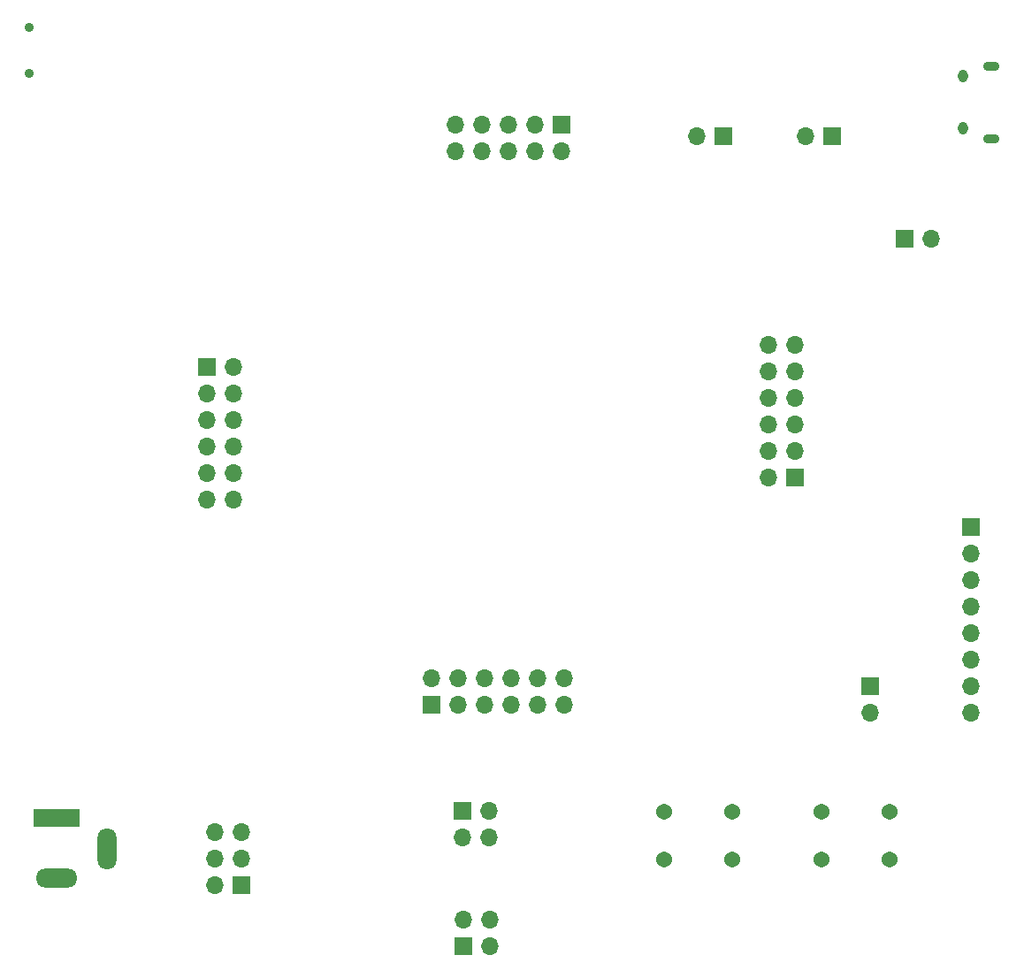
<source format=gbs>
G04 #@! TF.GenerationSoftware,KiCad,Pcbnew,(5.1.10)-1*
G04 #@! TF.CreationDate,2022-01-02T12:56:15-07:00*
G04 #@! TF.ProjectId,SAMD21,53414d44-3231-42e6-9b69-6361645f7063,rev?*
G04 #@! TF.SameCoordinates,Original*
G04 #@! TF.FileFunction,Soldermask,Bot*
G04 #@! TF.FilePolarity,Negative*
%FSLAX46Y46*%
G04 Gerber Fmt 4.6, Leading zero omitted, Abs format (unit mm)*
G04 Created by KiCad (PCBNEW (5.1.10)-1) date 2022-01-02 12:56:15*
%MOMM*%
%LPD*%
G01*
G04 APERTURE LIST*
%ADD10O,1.550000X0.890000*%
%ADD11O,0.950000X1.250000*%
%ADD12R,4.400000X1.800000*%
%ADD13O,4.000000X1.800000*%
%ADD14O,1.800000X4.000000*%
%ADD15O,1.700000X1.700000*%
%ADD16R,1.700000X1.700000*%
%ADD17C,1.540000*%
%ADD18C,0.900000*%
G04 APERTURE END LIST*
D10*
X162550000Y-52450000D03*
X162550000Y-59450000D03*
D11*
X159850000Y-53450000D03*
X159850000Y-58450000D03*
D12*
X73050000Y-124450000D03*
D13*
X73050000Y-130250000D03*
D14*
X77850000Y-127450000D03*
D15*
X88160000Y-125820000D03*
X90700000Y-125820000D03*
X88160000Y-128360000D03*
X90700000Y-128360000D03*
X88160000Y-130900000D03*
D16*
X90700000Y-130900000D03*
D15*
X141200000Y-79120000D03*
X143740000Y-79120000D03*
X141200000Y-81660000D03*
X143740000Y-81660000D03*
X141200000Y-84200000D03*
X143740000Y-84200000D03*
X141200000Y-86740000D03*
X143740000Y-86740000D03*
X141200000Y-89280000D03*
X143740000Y-89280000D03*
X141200000Y-91820000D03*
D16*
X143740000Y-91820000D03*
D17*
X137700000Y-128400000D03*
X131200000Y-128400000D03*
X137700000Y-123900000D03*
X131200000Y-123900000D03*
X152800000Y-128400000D03*
X146300000Y-128400000D03*
X152800000Y-123900000D03*
X146300000Y-123900000D03*
D15*
X160600000Y-114380000D03*
X160600000Y-111840000D03*
X160600000Y-109300000D03*
X160600000Y-106760000D03*
X160600000Y-104220000D03*
X160600000Y-101680000D03*
X160600000Y-99140000D03*
D16*
X160600000Y-96600000D03*
D15*
X111240000Y-60600000D03*
X111240000Y-58060000D03*
X113780000Y-60600000D03*
X113780000Y-58060000D03*
X116320000Y-60600000D03*
X116320000Y-58060000D03*
X118860000Y-60600000D03*
X118860000Y-58060000D03*
X121400000Y-60600000D03*
D16*
X121400000Y-58060000D03*
D15*
X150900000Y-114400000D03*
D16*
X150900000Y-111860000D03*
D15*
X121640000Y-111100000D03*
X121640000Y-113640000D03*
X119100000Y-111100000D03*
X119100000Y-113640000D03*
X116560000Y-111100000D03*
X116560000Y-113640000D03*
X114020000Y-111100000D03*
X114020000Y-113640000D03*
X111480000Y-111100000D03*
X111480000Y-113640000D03*
X108940000Y-111100000D03*
D16*
X108940000Y-113640000D03*
D15*
X89940000Y-94000000D03*
X87400000Y-94000000D03*
X89940000Y-91460000D03*
X87400000Y-91460000D03*
X89940000Y-88920000D03*
X87400000Y-88920000D03*
X89940000Y-86380000D03*
X87400000Y-86380000D03*
X89940000Y-83840000D03*
X87400000Y-83840000D03*
X89940000Y-81300000D03*
D16*
X87400000Y-81300000D03*
D15*
X114540000Y-134160000D03*
X114540000Y-136700000D03*
X112000000Y-134160000D03*
D16*
X112000000Y-136700000D03*
D15*
X114440000Y-126340000D03*
X111900000Y-126340000D03*
X114440000Y-123800000D03*
D16*
X111900000Y-123800000D03*
D15*
X144760000Y-59200000D03*
D16*
X147300000Y-59200000D03*
D18*
X70400000Y-53200000D03*
X70400000Y-48800000D03*
D15*
X134360000Y-59200000D03*
D16*
X136900000Y-59200000D03*
D15*
X156740000Y-69000000D03*
D16*
X154200000Y-69000000D03*
M02*

</source>
